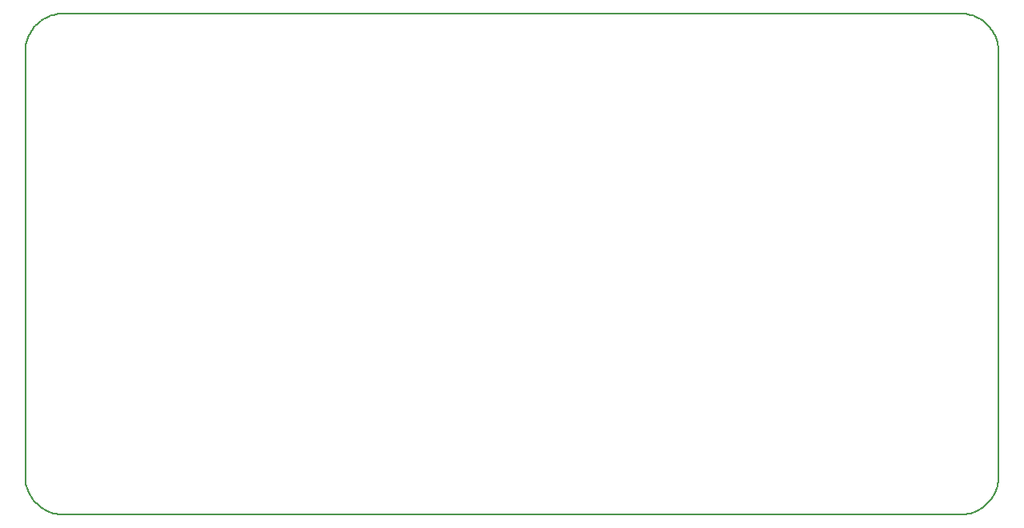
<source format=gbp>
G04*
G04 #@! TF.GenerationSoftware,Altium Limited,Altium Designer,20.0.13 (296)*
G04*
G04 Layer_Color=128*
%FSLAX25Y25*%
%MOIN*%
G70*
G01*
G75*
%ADD10C,0.00787*%
D10*
X183465Y415354D02*
X182476Y415323D01*
X181491Y415230D01*
X180514Y415075D01*
X179548Y414860D01*
X178598Y414584D01*
X177667Y414248D01*
X176759Y413856D01*
X175878Y413406D01*
X175026Y412903D01*
X174208Y412347D01*
X173426Y411740D01*
X172684Y411086D01*
X171985Y410387D01*
X171330Y409645D01*
X170724Y408863D01*
X170168Y408044D01*
X169665Y407193D01*
X169215Y406312D01*
X168822Y405404D01*
X168487Y404473D01*
X168211Y403523D01*
X167996Y402557D01*
X167841Y401580D01*
X167748Y400595D01*
X167717Y399606D01*
Y222441D02*
X167748Y221452D01*
X167841Y220467D01*
X167996Y219490D01*
X168211Y218525D01*
X168487Y217575D01*
X168822Y216644D01*
X169215Y215736D01*
X169665Y214854D01*
X170168Y214003D01*
X170724Y213184D01*
X171330Y212403D01*
X171985Y211661D01*
X172684Y210961D01*
X173426Y210307D01*
X174208Y209700D01*
X175026Y209144D01*
X175878Y208641D01*
X176759Y208192D01*
X177667Y207799D01*
X178598Y207464D01*
X179548Y207188D01*
X180514Y206972D01*
X181491Y206817D01*
X182476Y206724D01*
X183465Y206693D01*
X557480D02*
X558469Y206724D01*
X559454Y206817D01*
X560431Y206972D01*
X561397Y207188D01*
X562347Y207464D01*
X563278Y207799D01*
X564185Y208192D01*
X565067Y208641D01*
X565918Y209144D01*
X566737Y209700D01*
X567519Y210307D01*
X568261Y210961D01*
X568960Y211661D01*
X569614Y212403D01*
X570221Y213184D01*
X570777Y214003D01*
X571280Y214854D01*
X571730Y215736D01*
X572122Y216644D01*
X572458Y217575D01*
X572734Y218525D01*
X572949Y219490D01*
X573104Y220467D01*
X573197Y221452D01*
X573228Y222441D01*
Y399606D02*
X573197Y400595D01*
X573104Y401580D01*
X572949Y402557D01*
X572734Y403523D01*
X572458Y404473D01*
X572122Y405404D01*
X571730Y406312D01*
X571280Y407193D01*
X570777Y408044D01*
X570221Y408863D01*
X569614Y409645D01*
X568960Y410387D01*
X568261Y411086D01*
X567519Y411740D01*
X566737Y412347D01*
X565918Y412903D01*
X565067Y413406D01*
X564185Y413856D01*
X563277Y414248D01*
X562347Y414584D01*
X561397Y414860D01*
X560431Y415075D01*
X559454Y415230D01*
X558469Y415323D01*
X557480Y415354D01*
X183465D02*
X557480D01*
X167717Y222441D02*
Y399606D01*
X183465Y206693D02*
X557480D01*
X573228Y222441D02*
Y399606D01*
M02*

</source>
